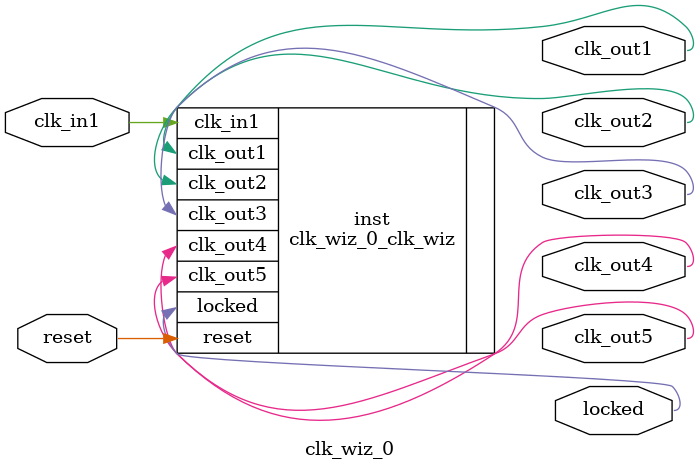
<source format=v>


`timescale 1ps/1ps

(* CORE_GENERATION_INFO = "clk_wiz_0,clk_wiz_v6_0_16_0_0,{component_name=clk_wiz_0,use_phase_alignment=true,use_min_o_jitter=false,use_max_i_jitter=false,use_dyn_phase_shift=false,use_inclk_switchover=false,use_dyn_reconfig=false,enable_axi=0,feedback_source=FDBK_AUTO,PRIMITIVE=MMCM,num_out_clk=5,clkin1_period=20.000,clkin2_period=10.0,use_power_down=false,use_reset=true,use_locked=true,use_inclk_stopped=false,feedback_type=SINGLE,CLOCK_MGR_TYPE=NA,manual_override=false}" *)

module clk_wiz_0 
 (
  // Clock out ports
  output        clk_out1,
  output        clk_out2,
  output        clk_out3,
  output        clk_out4,
  output        clk_out5,
  // Status and control signals
  input         reset,
  output        locked,
 // Clock in ports
  input         clk_in1
 );

  clk_wiz_0_clk_wiz inst
  (
  // Clock out ports  
  .clk_out1(clk_out1),
  .clk_out2(clk_out2),
  .clk_out3(clk_out3),
  .clk_out4(clk_out4),
  .clk_out5(clk_out5),
  // Status and control signals               
  .reset(reset), 
  .locked(locked),
 // Clock in ports
  .clk_in1(clk_in1)
  );

endmodule

</source>
